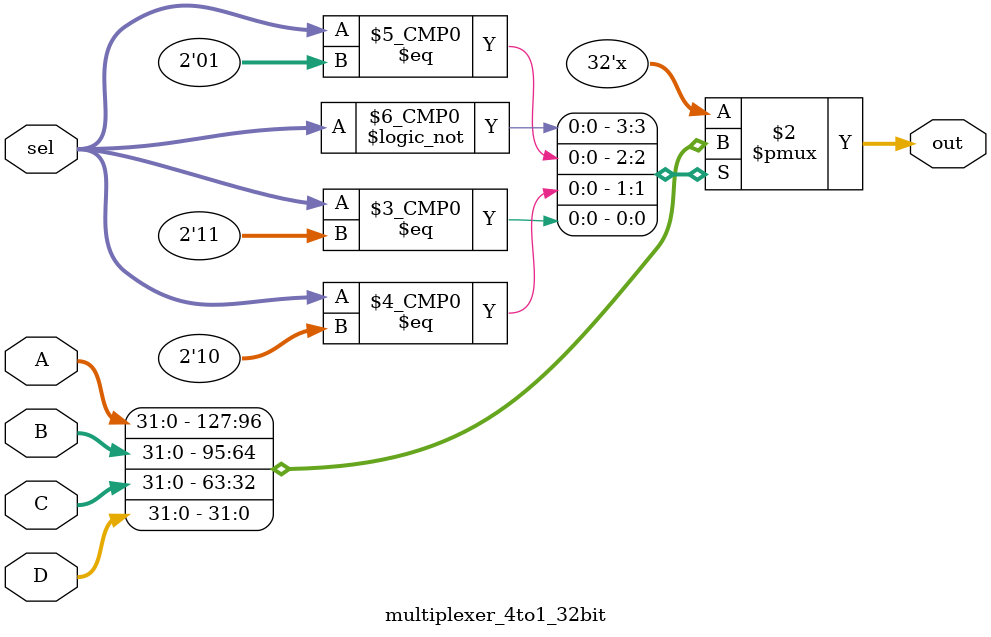
<source format=v>
module multiplexer_4to1_32bit(A,B,C,D,sel,out);
    input [31:0] A;
    input [31:0] B;
    input [31:0] C;
    input [31:0] D;
    input [1:0] sel;
    output reg [31:0] out;


    always @(*) begin
        case (sel)
            2'b00: out = A;
            2'b01: out = B;
            2'b10: out = C;
            2'b11: out = D;
            default: out = 32'b0;
        endcase
    end

endmodule
</source>
